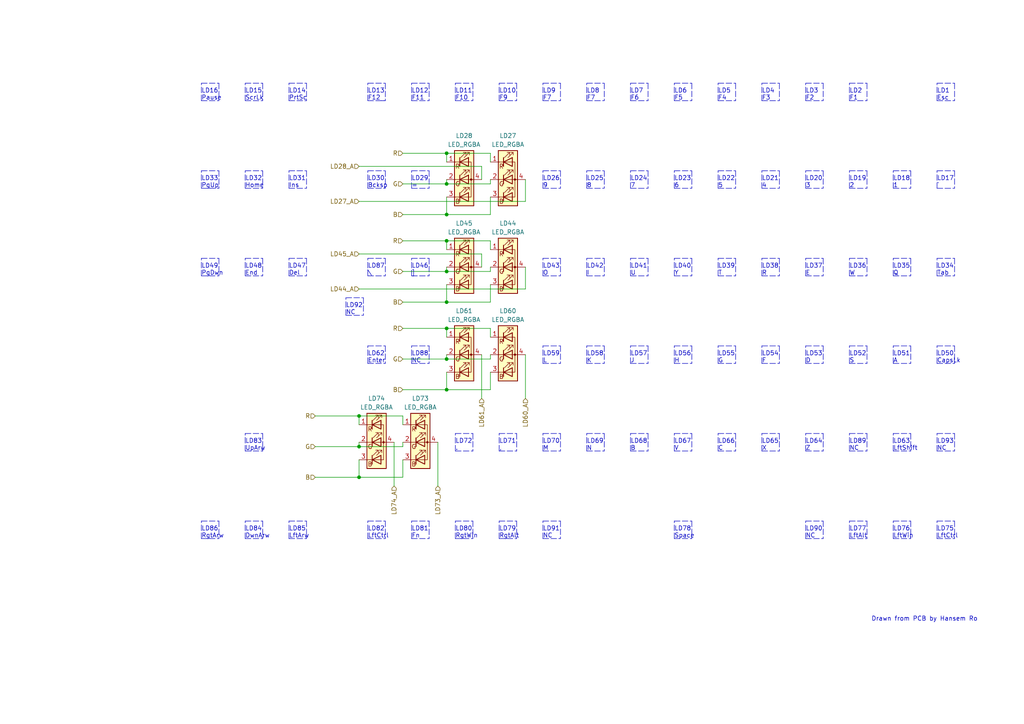
<source format=kicad_sch>
(kicad_sch (version 20211123) (generator eeschema)
  (paper "A4")
  (lib_symbols
    (symbol "Device:LED_RGBA" (pin_names (offset 0) hide)
      (property "Reference" "D" (at 0 9.398 0))
      (property "Value" "LED_RGBA" (at 0 -8.89 0))
      (symbol "LED_RGBA_0_0"
        (text "B" (at -1.905 -6.35 0) (effects (font (size 1.27 1.27))))
        (text "G" (at -1.905 -1.27 0) (effects (font (size 1.27 1.27))))
        (text "R" (at -1.905 3.81 0) (effects (font (size 1.27 1.27))))
      )
      (symbol "LED_RGBA_0_1"
        (polyline (pts (xy -1.27 -5.08) (xy -2.54 -5.08)))
        (polyline (pts (xy -1.27 -5.08) (xy 1.27 -5.08)))
        (polyline (pts (xy -1.27 -3.81) (xy -1.27 -6.35)) (stroke (width 0.254)))
        (polyline (pts (xy -1.27 0) (xy -2.54 0)))
        (polyline (pts (xy -1.27 1.27) (xy -1.27 -1.27)) (stroke (width 0.254)))
        (polyline (pts (xy -1.27 5.08) (xy -2.54 5.08)))
        (polyline (pts (xy -1.27 5.08) (xy 1.27 5.08)))
        (polyline (pts (xy -1.27 6.35) (xy -1.27 3.81)) (stroke (width 0.254)))
        (polyline (pts (xy 1.27 0) (xy -1.27 0)))
        (polyline (pts (xy 1.27 0) (xy 2.54 0)))
        (polyline (pts (xy -1.27 1.27) (xy -1.27 -1.27) (xy -1.27 -1.27)))
        (polyline (pts (xy -1.27 6.35) (xy -1.27 3.81) (xy -1.27 3.81)))
        (polyline (pts (xy 1.27 -5.08) (xy 2.032 -5.08) (xy 2.032 5.08) (xy 1.27 5.08)))
        (polyline (pts (xy 1.27 -3.81) (xy 1.27 -6.35) (xy -1.27 -5.08) (xy 1.27 -3.81)) (stroke (width 0.254)))
        (polyline (pts (xy 1.27 1.27) (xy 1.27 -1.27) (xy -1.27 0) (xy 1.27 1.27)) (stroke (width 0.254)))
        (polyline (pts (xy 1.27 6.35) (xy 1.27 3.81) (xy -1.27 5.08) (xy 1.27 6.35)) (stroke (width 0.254)))
        (polyline (pts (xy -1.016 -3.81) (xy 0.508 -2.286) (xy -0.254 -2.286) (xy 0.508 -2.286) (xy 0.508 -3.048)))
        (polyline (pts (xy -1.016 1.27) (xy 0.508 2.794) (xy -0.254 2.794) (xy 0.508 2.794) (xy 0.508 2.032)))
        (polyline (pts (xy -1.016 6.35) (xy 0.508 7.874) (xy -0.254 7.874) (xy 0.508 7.874) (xy 0.508 7.112)))
        (polyline (pts (xy 0 -3.81) (xy 1.524 -2.286) (xy 0.762 -2.286) (xy 1.524 -2.286) (xy 1.524 -3.048)))
        (polyline (pts (xy 0 1.27) (xy 1.524 2.794) (xy 0.762 2.794) (xy 1.524 2.794) (xy 1.524 2.032)))
        (polyline (pts (xy 0 6.35) (xy 1.524 7.874) (xy 0.762 7.874) (xy 1.524 7.874) (xy 1.524 7.112)))
        (rectangle (start 1.27 -1.27) (end 1.27 1.27))
        (rectangle (start 1.27 1.27) (end 1.27 1.27))
        (rectangle (start 1.27 3.81) (end 1.27 6.35))
        (rectangle (start 1.27 6.35) (end 1.27 6.35))
        (circle (center 2.032 0) (radius 0.254) (fill (type outline)))
        (rectangle (start 2.794 8.382) (end -2.794 -7.62) (stroke (width 0.254)) (fill (type background)))
      )
      (symbol "LED_RGBA_1_1"
        (pin passive line (at -5.08 5.08 0) (length 2.54) (name "RK") (number "1"))
        (pin passive line (at -5.08 0 0) (length 2.54) (name "GK") (number "2"))
        (pin passive line (at -5.08 -5.08 0) (length 2.54) (name "BK") (number "3"))
        (pin passive line (at 5.08 0 180) (length 2.54) (name "A") (number "4"))
      )
    )
  )
  (junction (at 129.54 53.34))
  (junction (at 129.54 69.85))
  (junction (at 129.54 44.45))
  (junction (at 129.54 95.25))
  (junction (at 129.54 62.23))
  (junction (at 129.54 104.14))
  (junction (at 104.14 120.65))
  (junction (at 104.14 129.54))
  (junction (at 104.14 138.43))
  (junction (at 129.54 113.03))
  (junction (at 129.54 87.63))
  (junction (at 129.54 78.74))
  (polyline (pts (xy 170.18 130.81) (xy 170.18 125.73)))
  (polyline (pts (xy 213.36 125.73) (xy 213.36 130.81)))
  (polyline (pts (xy 162.56 49.53) (xy 162.56 54.61)))
  (polyline (pts (xy 208.28 80.01) (xy 208.28 74.93)))
  (polyline (pts (xy 132.08 156.21) (xy 137.16 156.21)))
  (polyline (pts (xy 226.06 125.73) (xy 226.06 130.81)))
  (wire (pts (xy 104.14 48.26) (xy 139.7 48.26)))
  (polyline (pts (xy 259.08 130.81) (xy 259.08 125.73)))
  (polyline (pts (xy 71.12 49.53) (xy 76.2 49.53)))
  (polyline (pts (xy 264.16 100.33) (xy 264.16 105.41)))
  (polyline (pts (xy 246.38 156.21) (xy 246.38 151.13)))
  (polyline (pts (xy 182.88 49.53) (xy 187.96 49.53)))
  (polyline (pts (xy 246.38 151.13) (xy 251.46 151.13)))
  (polyline (pts (xy 83.82 29.21) (xy 88.9 29.21)))
  (polyline (pts (xy 238.76 49.53) (xy 238.76 54.61)))
  (polyline (pts (xy 106.68 49.53) (xy 111.76 49.53)))
  (polyline (pts (xy 271.78 74.93) (xy 276.86 74.93)))
  (polyline (pts (xy 111.76 74.93) (xy 111.76 80.01)))
  (polyline (pts (xy 195.58 151.13) (xy 200.66 151.13)))
  (polyline (pts (xy 259.08 156.21) (xy 259.08 151.13)))
  (wire (pts (xy 116.84 44.45) (xy 129.54 44.45)))
  (polyline (pts (xy 271.78 130.81) (xy 276.86 130.81)))
  (polyline (pts (xy 246.38 54.61) (xy 246.38 49.53)))
  (polyline (pts (xy 233.68 130.81) (xy 233.68 125.73)))
  (polyline (pts (xy 71.12 125.73) (xy 76.2 125.73)))
  (polyline (pts (xy 157.48 151.13) (xy 162.56 151.13)))
  (polyline (pts (xy 259.08 105.41) (xy 259.08 100.33)))
  (polyline (pts (xy 276.86 49.53) (xy 276.86 54.61)))
  (polyline (pts (xy 119.38 54.61) (xy 119.38 49.53)))
  (polyline (pts (xy 63.5 151.13) (xy 63.5 156.21)))
  (wire (pts (xy 142.24 46.99) (xy 142.24 44.45)))
  (polyline (pts (xy 208.28 49.53) (xy 213.36 49.53)))
  (polyline (pts (xy 187.96 74.93) (xy 187.96 80.01)))
  (wire (pts (xy 129.54 95.25) (xy 129.54 97.79)))
  (wire (pts (xy 116.84 62.23) (xy 129.54 62.23)))
  (polyline (pts (xy 187.96 100.33) (xy 187.96 105.41)))
  (polyline (pts (xy 195.58 125.73) (xy 200.66 125.73)))
  (polyline (pts (xy 58.42 156.21) (xy 58.42 151.13)))
  (polyline (pts (xy 182.88 130.81) (xy 187.96 130.81)))
  (polyline (pts (xy 100.33 91.44) (xy 100.33 86.36)))
  (polyline (pts (xy 170.18 80.01) (xy 170.18 74.93)))
  (polyline (pts (xy 58.42 74.93) (xy 63.5 74.93)))
  (wire (pts (xy 116.84 129.54) (xy 116.84 128.27)))
  (polyline (pts (xy 251.46 74.93) (xy 251.46 80.01)))
  (polyline (pts (xy 220.98 49.53) (xy 226.06 49.53)))
  (polyline (pts (xy 100.33 91.44) (xy 105.41 91.44)))
  (polyline (pts (xy 157.48 29.21) (xy 157.48 24.13)))
  (polyline (pts (xy 251.46 151.13) (xy 251.46 156.21)))
  (wire (pts (xy 129.54 69.85) (xy 129.54 72.39)))
  (polyline (pts (xy 71.12 54.61) (xy 71.12 49.53)))
  (polyline (pts (xy 220.98 80.01) (xy 226.06 80.01)))
  (polyline (pts (xy 58.42 54.61) (xy 58.42 49.53)))
  (polyline (pts (xy 271.78 100.33) (xy 276.86 100.33)))
  (polyline (pts (xy 182.88 54.61) (xy 182.88 49.53)))
  (polyline (pts (xy 182.88 74.93) (xy 187.96 74.93)))
  (wire (pts (xy 116.84 78.74) (xy 129.54 78.74)))
  (wire (pts (xy 129.54 78.74) (xy 142.24 78.74)))
  (polyline (pts (xy 233.68 125.73) (xy 238.76 125.73)))
  (polyline (pts (xy 83.82 151.13) (xy 88.9 151.13)))
  (polyline (pts (xy 76.2 74.93) (xy 76.2 80.01)))
  (wire (pts (xy 142.24 97.79) (xy 142.24 95.25)))
  (polyline (pts (xy 119.38 105.41) (xy 119.38 100.33)))
  (polyline (pts (xy 233.68 105.41) (xy 238.76 105.41)))
  (wire (pts (xy 104.14 83.82) (xy 152.4 83.82)))
  (polyline (pts (xy 246.38 130.81) (xy 246.38 125.73)))
  (polyline (pts (xy 246.38 29.21) (xy 246.38 24.13)))
  (polyline (pts (xy 238.76 125.73) (xy 238.76 130.81)))
  (polyline (pts (xy 119.38 156.21) (xy 119.38 151.13)))
  (polyline (pts (xy 83.82 29.21) (xy 83.82 24.13)))
  (wire (pts (xy 91.44 129.54) (xy 104.14 129.54)))
  (polyline (pts (xy 182.88 80.01) (xy 187.96 80.01)))
  (polyline (pts (xy 106.68 105.41) (xy 106.68 100.33)))
  (polyline (pts (xy 271.78 24.13) (xy 276.86 24.13)))
  (polyline (pts (xy 195.58 74.93) (xy 200.66 74.93)))
  (polyline (pts (xy 106.68 24.13) (xy 111.76 24.13)))
  (polyline (pts (xy 195.58 54.61) (xy 195.58 49.53)))
  (polyline (pts (xy 259.08 100.33) (xy 264.16 100.33)))
  (polyline (pts (xy 175.26 100.33) (xy 175.26 105.41)))
  (wire (pts (xy 152.4 102.87) (xy 152.4 115.57)))
  (polyline (pts (xy 208.28 24.13) (xy 213.36 24.13)))
  (polyline (pts (xy 259.08 80.01) (xy 264.16 80.01)))
  (polyline (pts (xy 71.12 24.13) (xy 76.2 24.13)))
  (polyline (pts (xy 220.98 105.41) (xy 220.98 100.33)))
  (polyline (pts (xy 213.36 49.53) (xy 213.36 54.61)))
  (polyline (pts (xy 76.2 49.53) (xy 76.2 54.61)))
  (polyline (pts (xy 106.68 100.33) (xy 111.76 100.33)))
  (polyline (pts (xy 182.88 105.41) (xy 187.96 105.41)))
  (polyline (pts (xy 157.48 74.93) (xy 162.56 74.93)))
  (polyline (pts (xy 144.78 130.81) (xy 149.86 130.81)))
  (polyline (pts (xy 157.48 130.81) (xy 162.56 130.81)))
  (polyline (pts (xy 71.12 74.93) (xy 76.2 74.93)))
  (polyline (pts (xy 132.08 156.21) (xy 132.08 151.13)))
  (polyline (pts (xy 182.88 54.61) (xy 187.96 54.61)))
  (polyline (pts (xy 187.96 125.73) (xy 187.96 130.81)))
  (polyline (pts (xy 144.78 156.21) (xy 149.86 156.21)))
  (polyline (pts (xy 157.48 156.21) (xy 162.56 156.21)))
  (polyline (pts (xy 170.18 29.21) (xy 175.26 29.21)))
  (wire (pts (xy 142.24 53.34) (xy 142.24 52.07)))
  (polyline (pts (xy 157.48 156.21) (xy 157.48 151.13)))
  (polyline (pts (xy 208.28 130.81) (xy 213.36 130.81)))
  (polyline (pts (xy 58.42 80.01) (xy 58.42 74.93)))
  (wire (pts (xy 129.54 102.87) (xy 129.54 104.14)))
  (polyline (pts (xy 259.08 49.53) (xy 264.16 49.53)))
  (polyline (pts (xy 119.38 29.21) (xy 119.38 24.13)))
  (wire (pts (xy 129.54 44.45) (xy 129.54 46.99)))
  (polyline (pts (xy 100.33 86.36) (xy 105.41 86.36)))
  (polyline (pts (xy 83.82 156.21) (xy 83.82 151.13)))
  (polyline (pts (xy 157.48 49.53) (xy 162.56 49.53)))
  (polyline (pts (xy 213.36 100.33) (xy 213.36 105.41)))
  (wire (pts (xy 129.54 62.23) (xy 142.24 62.23)))
  (polyline (pts (xy 259.08 80.01) (xy 259.08 74.93)))
  (wire (pts (xy 142.24 87.63) (xy 142.24 82.55)))
  (polyline (pts (xy 170.18 49.53) (xy 175.26 49.53)))
  (wire (pts (xy 139.7 52.07) (xy 139.7 48.26)))
  (polyline (pts (xy 208.28 54.61) (xy 208.28 49.53)))
  (polyline (pts (xy 106.68 156.21) (xy 111.76 156.21)))
  (wire (pts (xy 116.84 69.85) (xy 129.54 69.85)))
  (polyline (pts (xy 162.56 74.93) (xy 162.56 80.01)))
  (polyline (pts (xy 170.18 54.61) (xy 175.26 54.61)))
  (wire (pts (xy 152.4 77.47) (xy 152.4 83.82)))
  (polyline (pts (xy 111.76 24.13) (xy 111.76 29.21)))
  (polyline (pts (xy 200.66 49.53) (xy 200.66 54.61)))
  (polyline (pts (xy 76.2 24.13) (xy 76.2 29.21)))
  (polyline (pts (xy 111.76 29.21) (xy 110.49 29.21)))
  (polyline (pts (xy 71.12 54.61) (xy 76.2 54.61)))
  (polyline (pts (xy 246.38 100.33) (xy 251.46 100.33)))
  (wire (pts (xy 104.14 120.65) (xy 104.14 123.19)))
  (polyline (pts (xy 119.38 151.13) (xy 124.46 151.13)))
  (polyline (pts (xy 246.38 80.01) (xy 251.46 80.01)))
  (polyline (pts (xy 111.76 100.33) (xy 111.76 105.41)))
  (polyline (pts (xy 124.46 49.53) (xy 124.46 54.61)))
  (polyline (pts (xy 88.9 74.93) (xy 88.9 80.01)))
  (wire (pts (xy 116.84 138.43) (xy 116.84 133.35)))
  (polyline (pts (xy 276.86 74.93) (xy 276.86 80.01)))
  (polyline (pts (xy 195.58 105.41) (xy 200.66 105.41)))
  (wire (pts (xy 129.54 52.07) (xy 129.54 53.34)))
  (polyline (pts (xy 220.98 80.01) (xy 220.98 74.93)))
  (polyline (pts (xy 157.48 105.41) (xy 162.56 105.41)))
  (polyline (pts (xy 105.41 86.36) (xy 105.41 91.44)))
  (polyline (pts (xy 111.76 151.13) (xy 111.76 156.21)))
  (polyline (pts (xy 220.98 29.21) (xy 220.98 24.13)))
  (polyline (pts (xy 220.98 24.13) (xy 226.06 24.13)))
  (polyline (pts (xy 162.56 100.33) (xy 162.56 105.41)))
  (wire (pts (xy 129.54 107.95) (xy 129.54 113.03)))
  (polyline (pts (xy 276.86 100.33) (xy 276.86 105.41)))
  (polyline (pts (xy 271.78 29.21) (xy 276.86 29.21)))
  (polyline (pts (xy 271.78 54.61) (xy 271.78 49.53)))
  (polyline (pts (xy 175.26 74.93) (xy 175.26 80.01)))
  (polyline (pts (xy 233.68 105.41) (xy 233.68 100.33)))
  (polyline (pts (xy 106.68 151.13) (xy 111.76 151.13)))
  (polyline (pts (xy 106.68 29.21) (xy 111.76 29.21)))
  (polyline (pts (xy 246.38 80.01) (xy 246.38 74.93)))
  (polyline (pts (xy 271.78 156.21) (xy 271.78 151.13)))
  (polyline (pts (xy 119.38 49.53) (xy 124.46 49.53)))
  (polyline (pts (xy 195.58 54.61) (xy 200.66 54.61)))
  (wire (pts (xy 116.84 113.03) (xy 129.54 113.03)))
  (polyline (pts (xy 259.08 74.93) (xy 264.16 74.93)))
  (polyline (pts (xy 200.66 74.93) (xy 200.66 80.01)))
  (polyline (pts (xy 76.2 151.13) (xy 76.2 156.21)))
  (polyline (pts (xy 149.86 24.13) (xy 149.86 29.21)))
  (polyline (pts (xy 58.42 24.13) (xy 63.5 24.13)))
  (polyline (pts (xy 271.78 80.01) (xy 276.86 80.01)))
  (polyline (pts (xy 276.86 125.73) (xy 276.86 130.81)))
  (polyline (pts (xy 58.42 29.21) (xy 58.42 24.13)))
  (polyline (pts (xy 83.82 156.21) (xy 88.9 156.21)))
  (polyline (pts (xy 132.08 24.13) (xy 137.16 24.13)))
  (polyline (pts (xy 170.18 54.61) (xy 170.18 49.53)))
  (polyline (pts (xy 182.88 125.73) (xy 187.96 125.73)))
  (wire (pts (xy 129.54 69.85) (xy 142.24 69.85)))
  (polyline (pts (xy 259.08 151.13) (xy 264.16 151.13)))
  (polyline (pts (xy 233.68 151.13) (xy 238.76 151.13)))
  (polyline (pts (xy 233.68 29.21) (xy 233.68 24.13)))
  (wire (pts (xy 116.84 123.19) (xy 116.84 120.65)))
  (polyline (pts (xy 157.48 125.73) (xy 162.56 125.73)))
  (polyline (pts (xy 264.16 74.93) (xy 264.16 80.01)))
  (wire (pts (xy 104.14 128.27) (xy 104.14 129.54)))
  (polyline (pts (xy 83.82 80.01) (xy 88.9 80.01)))
  (polyline (pts (xy 195.58 130.81) (xy 200.66 130.81)))
  (wire (pts (xy 129.54 77.47) (xy 129.54 78.74)))
  (polyline (pts (xy 264.16 49.53) (xy 264.16 54.61)))
  (polyline (pts (xy 233.68 156.21) (xy 233.68 151.13)))
  (wire (pts (xy 91.44 120.65) (xy 104.14 120.65)))
  (polyline (pts (xy 259.08 54.61) (xy 259.08 49.53)))
  (polyline (pts (xy 208.28 74.93) (xy 213.36 74.93)))
  (polyline (pts (xy 71.12 29.21) (xy 76.2 29.21)))
  (polyline (pts (xy 132.08 130.81) (xy 132.08 125.73)))
  (wire (pts (xy 129.54 44.45) (xy 142.24 44.45)))
  (polyline (pts (xy 137.16 24.13) (xy 137.16 29.21)))
  (polyline (pts (xy 259.08 105.41) (xy 264.16 105.41)))
  (polyline (pts (xy 208.28 105.41) (xy 213.36 105.41)))
  (polyline (pts (xy 170.18 100.33) (xy 175.26 100.33)))
  (wire (pts (xy 142.24 62.23) (xy 142.24 57.15)))
  (wire (pts (xy 91.44 138.43) (xy 104.14 138.43)))
  (polyline (pts (xy 233.68 156.21) (xy 238.76 156.21)))
  (polyline (pts (xy 157.48 105.41) (xy 157.48 100.33)))
  (polyline (pts (xy 106.68 29.21) (xy 106.68 24.13)))
  (polyline (pts (xy 149.86 125.73) (xy 149.86 130.81)))
  (polyline (pts (xy 271.78 151.13) (xy 276.86 151.13)))
  (polyline (pts (xy 208.28 29.21) (xy 208.28 24.13)))
  (polyline (pts (xy 119.38 105.41) (xy 124.46 105.41)))
  (polyline (pts (xy 106.68 54.61) (xy 111.76 54.61)))
  (polyline (pts (xy 71.12 156.21) (xy 76.2 156.21)))
  (polyline (pts (xy 195.58 49.53) (xy 200.66 49.53)))
  (polyline (pts (xy 208.28 125.73) (xy 213.36 125.73)))
  (polyline (pts (xy 251.46 49.53) (xy 251.46 54.61)))
  (polyline (pts (xy 182.88 130.81) (xy 182.88 125.73)))
  (wire (pts (xy 139.7 77.47) (xy 139.7 73.66)))
  (polyline (pts (xy 226.06 74.93) (xy 226.06 80.01)))
  (polyline (pts (xy 271.78 29.21) (xy 271.78 24.13)))
  (polyline (pts (xy 58.42 49.53) (xy 63.5 49.53)))
  (polyline (pts (xy 208.28 80.01) (xy 213.36 80.01)))
  (polyline (pts (xy 246.38 29.21) (xy 251.46 29.21)))
  (polyline (pts (xy 238.76 151.13) (xy 238.76 156.21)))
  (polyline (pts (xy 264.16 151.13) (xy 264.16 156.21)))
  (polyline (pts (xy 264.16 125.73) (xy 264.16 130.81)))
  (polyline (pts (xy 157.48 80.01) (xy 157.48 74.93)))
  (polyline (pts (xy 157.48 54.61) (xy 162.56 54.61)))
  (wire (pts (xy 129.54 113.03) (xy 142.24 113.03)))
  (wire (pts (xy 116.84 104.14) (xy 129.54 104.14)))
  (polyline (pts (xy 71.12 80.01) (xy 71.12 74.93)))
  (polyline (pts (xy 132.08 130.81) (xy 137.16 130.81)))
  (polyline (pts (xy 195.58 105.41) (xy 195.58 100.33)))
  (polyline (pts (xy 233.68 49.53) (xy 238.76 49.53)))
  (polyline (pts (xy 106.68 156.21) (xy 106.68 151.13)))
  (polyline (pts (xy 195.58 24.13) (xy 200.66 24.13)))
  (polyline (pts (xy 271.78 105.41) (xy 271.78 100.33)))
  (polyline (pts (xy 220.98 74.93) (xy 226.06 74.93)))
  (polyline (pts (xy 226.06 100.33) (xy 226.06 105.41)))
  (polyline (pts (xy 233.68 100.33) (xy 238.76 100.33)))
  (polyline (pts (xy 157.48 29.21) (xy 162.56 29.21)))
  (polyline (pts (xy 233.68 29.21) (xy 238.76 29.21)))
  (polyline (pts (xy 238.76 100.33) (xy 238.76 105.41)))
  (polyline (pts (xy 106.68 74.93) (xy 111.76 74.93)))
  (polyline (pts (xy 71.12 151.13) (xy 76.2 151.13)))
  (polyline (pts (xy 220.98 54.61) (xy 226.06 54.61)))
  (wire (pts (xy 129.54 82.55) (xy 129.54 87.63)))
  (polyline (pts (xy 144.78 24.13) (xy 149.86 24.13)))
  (polyline (pts (xy 271.78 54.61) (xy 276.86 54.61)))
  (polyline (pts (xy 226.06 49.53) (xy 226.06 54.61)))
  (polyline (pts (xy 195.58 80.01) (xy 200.66 80.01)))
  (wire (pts (xy 152.4 52.07) (xy 152.4 58.42)))
  (polyline (pts (xy 182.88 29.21) (xy 187.96 29.21)))
  (polyline (pts (xy 106.68 80.01) (xy 106.68 74.93)))
  (polyline (pts (xy 58.42 151.13) (xy 63.5 151.13)))
  (polyline (pts (xy 226.06 24.13) (xy 226.06 29.21)))
  (polyline (pts (xy 200.66 24.13) (xy 200.66 29.21)))
  (polyline (pts (xy 220.98 54.61) (xy 220.98 49.53)))
  (polyline (pts (xy 208.28 100.33) (xy 213.36 100.33)))
  (polyline (pts (xy 195.58 80.01) (xy 195.58 74.93)))
  (polyline (pts (xy 246.38 49.53) (xy 251.46 49.53)))
  (polyline (pts (xy 170.18 29.21) (xy 170.18 24.13)))
  (polyline (pts (xy 71.12 29.21) (xy 71.12 24.13)))
  (polyline (pts (xy 200.66 125.73) (xy 200.66 130.81)))
  (polyline (pts (xy 182.88 100.33) (xy 187.96 100.33)))
  (polyline (pts (xy 124.46 24.13) (xy 124.46 29.21)))
  (wire (pts (xy 127 128.27) (xy 127 140.97)))
  (polyline (pts (xy 182.88 105.41) (xy 182.88 100.33)))
  (polyline (pts (xy 182.88 80.01) (xy 182.88 74.93)))
  (polyline (pts (xy 119.38 24.13) (xy 124.46 24.13)))
  (polyline (pts (xy 162.56 24.13) (xy 162.56 29.21)))
  (polyline (pts (xy 251.46 125.73) (xy 251.46 130.81)))
  (polyline (pts (xy 157.48 130.81) (xy 157.48 125.73)))
  (polyline (pts (xy 88.9 24.13) (xy 88.9 29.21)))
  (polyline (pts (xy 271.78 156.21) (xy 276.86 156.21)))
  (polyline (pts (xy 63.5 74.93) (xy 63.5 80.01)))
  (polyline (pts (xy 246.38 24.13) (xy 251.46 24.13)))
  (polyline (pts (xy 76.2 125.73) (xy 76.2 130.81)))
  (polyline (pts (xy 251.46 24.13) (xy 251.46 29.21)))
  (polyline (pts (xy 144.78 125.73) (xy 149.86 125.73)))
  (polyline (pts (xy 124.46 74.93) (xy 124.46 80.01)))
  (polyline (pts (xy 132.08 29.21) (xy 137.16 29.21)))
  (polyline (pts (xy 119.38 100.33) (xy 124.46 100.33)))
  (polyline (pts (xy 170.18 105.41) (xy 175.26 105.41)))
  (polyline (pts (xy 83.82 74.93) (xy 88.9 74.93)))
  (polyline (pts (xy 157.48 54.61) (xy 157.48 49.53)))
  (polyline (pts (xy 233.68 54.61) (xy 238.76 54.61)))
  (polyline (pts (xy 144.78 156.21) (xy 144.78 151.13)))
  (polyline (pts (xy 238.76 24.13) (xy 238.76 29.21)))
  (polyline (pts (xy 162.56 151.13) (xy 162.56 156.21)))
  (wire (pts (xy 129.54 57.15) (xy 129.54 62.23)))
  (polyline (pts (xy 259.08 125.73) (xy 264.16 125.73)))
  (polyline (pts (xy 83.82 49.53) (xy 88.9 49.53)))
  (polyline (pts (xy 182.88 24.13) (xy 187.96 24.13)))
  (polyline (pts (xy 220.98 29.21) (xy 226.06 29.21)))
  (polyline (pts (xy 119.38 54.61) (xy 124.46 54.61)))
  (polyline (pts (xy 271.78 125.73) (xy 276.86 125.73)))
  (polyline (pts (xy 119.38 29.21) (xy 124.46 29.21)))
  (polyline (pts (xy 208.28 130.81) (xy 208.28 125.73)))
  (polyline (pts (xy 162.56 125.73) (xy 162.56 130.81)))
  (polyline (pts (xy 233.68 80.01) (xy 233.68 74.93)))
  (polyline (pts (xy 233.68 80.01) (xy 238.76 80.01)))
  (polyline (pts (xy 246.38 105.41) (xy 251.46 105.41)))
  (polyline (pts (xy 276.86 24.13) (xy 276.86 29.21)))
  (polyline (pts (xy 119.38 74.93) (xy 124.46 74.93)))
  (polyline (pts (xy 233.68 24.13) (xy 238.76 24.13)))
  (polyline (pts (xy 71.12 130.81) (xy 76.2 130.81)))
  (polyline (pts (xy 83.82 54.61) (xy 88.9 54.61)))
  (polyline (pts (xy 175.26 24.13) (xy 175.26 29.21)))
  (polyline (pts (xy 88.9 151.13) (xy 88.9 156.21)))
  (polyline (pts (xy 182.88 29.21) (xy 182.88 24.13)))
  (polyline (pts (xy 246.38 156.21) (xy 251.46 156.21)))
  (polyline (pts (xy 58.42 29.21) (xy 63.5 29.21)))
  (polyline (pts (xy 200.66 151.13) (xy 200.66 156.21)))
  (polyline (pts (xy 83.82 54.61) (xy 83.82 49.53)))
  (polyline (pts (xy 200.66 100.33) (xy 200.66 105.41)))
  (wire (pts (xy 104.14 58.42) (xy 152.4 58.42)))
  (polyline (pts (xy 271.78 49.53) (xy 276.86 49.53)))
  (polyline (pts (xy 246.38 74.93) (xy 251.46 74.93)))
  (polyline (pts (xy 233.68 54.61) (xy 233.68 49.53)))
  (polyline (pts (xy 144.78 29.21) (xy 144.78 24.13)))
  (polyline (pts (xy 246.38 125.73) (xy 251.46 125.73)))
  (wire (pts (xy 129.54 104.14) (xy 142.24 104.14)))
  (polyline (pts (xy 271.78 80.01) (xy 271.78 74.93)))
  (polyline (pts (xy 259.08 156.21) (xy 264.16 156.21)))
  (polyline (pts (xy 63.5 24.13) (xy 63.5 29.21)))
  (wire (pts (xy 116.84 87.63) (xy 129.54 87.63)))
  (polyline (pts (xy 220.98 130.81) (xy 226.06 130.81)))
  (polyline (pts (xy 170.18 130.81) (xy 175.26 130.81)))
  (wire (pts (xy 104.14 120.65) (xy 116.84 120.65)))
  (polyline (pts (xy 251.46 100.33) (xy 251.46 105.41)))
  (polyline (pts (xy 271.78 130.81) (xy 271.78 125.73)))
  (polyline (pts (xy 88.9 49.53) (xy 88.9 54.61)))
  (polyline (pts (xy 195.58 29.21) (xy 200.66 29.21)))
  (polyline (pts (xy 220.98 100.33) (xy 226.06 100.33)))
  (polyline (pts (xy 119.38 80.01) (xy 119.38 74.93)))
  (polyline (pts (xy 170.18 80.01) (xy 175.26 80.01)))
  (polyline (pts (xy 58.42 54.61) (xy 63.5 54.61)))
  (polyline (pts (xy 119.38 80.01) (xy 124.46 80.01)))
  (polyline (pts (xy 246.38 105.41) (xy 246.38 100.33)))
  (polyline (pts (xy 175.26 125.73) (xy 175.26 130.81)))
  (polyline (pts (xy 132.08 125.73) (xy 137.16 125.73)))
  (polyline (pts (xy 187.96 49.53) (xy 187.96 54.61)))
  (polyline (pts (xy 137.16 151.13) (xy 137.16 156.21)))
  (polyline (pts (xy 238.76 74.93) (xy 238.76 80.01)))
  (wire (pts (xy 142.24 78.74) (xy 142.24 77.47)))
  (polyline (pts (xy 106.68 54.61) (xy 106.68 49.53)))
  (polyline (pts (xy 170.18 105.41) (xy 170.18 100.33)))
  (polyline (pts (xy 208.28 105.41) (xy 208.28 100.33)))
  (polyline (pts (xy 124.46 100.33) (xy 124.46 105.41)))
  (polyline (pts (xy 208.28 54.61) (xy 213.36 54.61)))
  (polyline (pts (xy 132.08 29.21) (xy 132.08 24.13)))
  (wire (pts (xy 104.14 73.66) (xy 139.7 73.66)))
  (polyline (pts (xy 157.48 100.33) (xy 162.56 100.33)))
  (wire (pts (xy 142.24 104.14) (xy 142.24 102.87)))
  (polyline (pts (xy 71.12 80.01) (xy 76.2 80.01)))
  (wire (pts (xy 139.7 102.87) (xy 139.7 115.57)))
  (polyline (pts (xy 170.18 125.73) (xy 175.26 125.73)))
  (polyline (pts (xy 157.48 80.01) (xy 162.56 80.01)))
  (wire (pts (xy 104.14 138.43) (xy 116.84 138.43)))
  (polyline (pts (xy 246.38 130.81) (xy 251.46 130.81)))
  (polyline (pts (xy 71.12 130.81) (xy 71.12 125.73)))
  (polyline (pts (xy 195.58 156.21) (xy 195.58 151.13)))
  (polyline (pts (xy 149.86 151.13) (xy 149.86 156.21)))
  (polyline (pts (xy 157.48 24.13) (xy 162.56 24.13)))
  (polyline (pts (xy 276.86 151.13) (xy 276.86 156.21)))
  (polyline (pts (xy 170.18 74.93) (xy 175.26 74.93)))
  (polyline (pts (xy 63.5 49.53) (xy 63.5 54.61)))
  (polyline (pts (xy 208.28 29.21) (xy 213.36 29.21)))
  (polyline (pts (xy 195.58 100.33) (xy 200.66 100.33)))
  (polyline (pts (xy 213.36 74.93) (xy 213.36 80.01)))
  (wire (pts (xy 116.84 53.34) (xy 129.54 53.34)))
  (polyline (pts (xy 144.78 151.13) (xy 149.86 151.13)))
  (wire (pts (xy 142.24 113.03) (xy 142.24 107.95)))
  (polyline (pts (xy 106.68 105.41) (xy 111.76 105.41)))
  (polyline (pts (xy 144.78 29.21) (xy 149.86 29.21)))
  (polyline (pts (xy 271.78 105.41) (xy 276.86 105.41)))
  (polyline (pts (xy 246.38 54.61) (xy 251.46 54.61)))
  (wire (pts (xy 104.14 133.35) (xy 104.14 138.43)))
  (polyline (pts (xy 119.38 156.21) (xy 124.46 156.21)))
  (polyline (pts (xy 170.18 24.13) (xy 175.26 24.13)))
  (polyline (pts (xy 233.68 130.81) (xy 238.76 130.81)))
  (polyline (pts (xy 259.08 54.61) (xy 264.16 54.61)))
  (polyline (pts (xy 213.36 24.13) (xy 213.36 29.21)))
  (polyline (pts (xy 259.08 130.81) (xy 264.16 130.81)))
  (polyline (pts (xy 195.58 156.21) (xy 200.66 156.21)))
  (polyline (pts (xy 132.08 151.13) (xy 137.16 151.13)))
  (polyline (pts (xy 195.58 29.21) (xy 195.58 24.13)))
  (polyline (pts (xy 144.78 130.81) (xy 144.78 125.73)))
  (polyline (pts (xy 83.82 80.01) (xy 83.82 74.93)))
  (polyline (pts (xy 220.98 105.41) (xy 226.06 105.41)))
  (wire (pts (xy 129.54 95.25) (xy 142.24 95.25)))
  (wire (pts (xy 142.24 72.39) (xy 142.24 69.85)))
  (polyline (pts (xy 137.16 125.73) (xy 137.16 130.81)))
  (wire (pts (xy 129.54 53.34) (xy 142.24 53.34)))
  (wire (pts (xy 114.3 128.27) (xy 114.3 140.97)))
  (polyline (pts (xy 220.98 125.73) (xy 226.06 125.73)))
  (polyline (pts (xy 71.12 156.21) (xy 71.12 151.13)))
  (polyline (pts (xy 58.42 156.21) (xy 63.5 156.21)))
  (polyline (pts (xy 124.46 151.13) (xy 124.46 156.21)))
  (polyline (pts (xy 220.98 130.81) (xy 220.98 125.73)))
  (polyline (pts (xy 187.96 24.13) (xy 187.96 29.21)))
  (polyline (pts (xy 175.26 49.53) (xy 175.26 54.61)))
  (polyline (pts (xy 111.76 49.53) (xy 111.76 54.61)))
  (wire (pts (xy 104.14 129.54) (xy 116.84 129.54)))
  (polyline (pts (xy 233.68 74.93) (xy 238.76 74.93)))
  (polyline (pts (xy 58.42 80.01) (xy 63.5 80.01)))
  (wire (pts (xy 129.54 87.63) (xy 142.24 87.63)))
  (polyline (pts (xy 195.58 130.81) (xy 195.58 125.73)))
  (polyline (pts (xy 106.68 80.01) (xy 111.76 80.01)))
  (polyline (pts (xy 83.82 24.13) (xy 88.9 24.13)))
  (wire (pts (xy 116.84 95.25) (xy 129.54 95.25)))
  (text "LD82\nLftCtrl" (at 106.68 156.21 0) (effects (font (size 1.27 1.27)) (justify left bottom)))
  (text "LD53\nD" (at 233.68 105.41 0) (effects (font (size 1.27 1.27)) (justify left bottom)))
  (text "LD8\nF7" (at 170.18 29.21 0) (effects (font (size 1.27 1.27)) (justify left bottom)))
  (text "LD47\nDel" (at 83.82 80.01 0) (effects (font (size 1.27 1.27)) (justify left bottom)))
  (text "LD51\nA" (at 259.08 105.41 0) (effects (font (size 1.27 1.27)) (justify left bottom)))
  (text "LD71\n," (at 144.78 130.81 0) (effects (font (size 1.27 1.27)) (justify left bottom)))
  (text "LD66\nC" (at 208.28 130.81 0) (effects (font (size 1.27 1.27)) (justify left bottom)))
  (text "LD3\nF2" (at 233.68 29.21 0) (effects (font (size 1.27 1.27)) (justify left bottom)))
  (text "LD36\nW" (at 246.38 80.01 0) (effects (font (size 1.27 1.27)) (justify left bottom)))
  (text "LD88\nNC" (at 119.38 105.41 0) (effects (font (size 1.27 1.27)) (justify left bottom)))
  (text "LD6\nF5" (at 195.58 29.21 0) (effects (font (size 1.27 1.27)) (justify left bottom)))
  (text "LD81\nFn" (at 119.38 156.21 0) (effects (font (size 1.27 1.27)) (justify left bottom)))
  (text "LD15\nScrLk" (at 71.12 29.21 0) (effects (font (size 1.27 1.27)) (justify left bottom)))
  (text "LD70\nM" (at 157.48 130.81 0) (effects (font (size 1.27 1.27)) (justify left bottom)))
  (text "LD33\nPgUp" (at 58.42 54.61 0) (effects (font (size 1.27 1.27)) (justify left bottom)))
  (text "LD17\n`" (at 271.78 54.61 0) (effects (font (size 1.27 1.27)) (justify left bottom)))
  (text "LD22\n5" (at 208.28 54.61 0) (effects (font (size 1.27 1.27)) (justify left bottom)))
  (text "LD90\nNC" (at 233.68 156.21 0) (effects (font (size 1.27 1.27)) (justify left bottom)))
  (text "LD52\nS" (at 246.38 105.41 0) (effects (font (size 1.27 1.27)) (justify left bottom)))
  (text "LD48\nEnd" (at 71.12 80.01 0) (effects (font (size 1.27 1.27)) (justify left bottom)))
  (text "LD29\n=" (at 119.38 54.61 0) (effects (font (size 1.27 1.27)) (justify left bottom)))
  (text "LD86\nRgtArw" (at 58.42 156.21 0) (effects (font (size 1.27 1.27)) (justify left bottom)))
  (text "LD4\nF3" (at 220.98 29.21 0) (effects (font (size 1.27 1.27)) (justify left bottom)))
  (text "LD21\n4" (at 220.98 54.61 0) (effects (font (size 1.27 1.27)) (justify left bottom)))
  (text "LD62\nEnter" (at 106.68 105.41 0) (effects (font (size 1.27 1.27)) (justify left bottom)))
  (text "LD12\nF11" (at 119.38 29.21 0) (effects (font (size 1.27 1.27)) (justify left bottom)))
  (text "LD50\nCapsLk" (at 271.78 105.41 0) (effects (font (size 1.27 1.27)) (justify left bottom)))
  (text "LD37\nE" (at 233.68 80.01 0) (effects (font (size 1.27 1.27)) (justify left bottom)))
  (text "LD67\nV" (at 195.58 130.81 0) (effects (font (size 1.27 1.27)) (justify left bottom)))
  (text "LD31\nIns" (at 83.82 54.61 0) (effects (font (size 1.27 1.27)) (justify left bottom)))
  (text "LD16\nPause" (at 58.42 29.21 0) (effects (font (size 1.27 1.27)) (justify left bottom)))
  (text "LD39\nT" (at 208.28 80.01 0) (effects (font (size 1.27 1.27)) (justify left bottom)))
  (text "LD56\nH" (at 195.58 105.41 0) (effects (font (size 1.27 1.27)) (justify left bottom)))
  (text "LD20\n3" (at 233.68 54.61 0) (effects (font (size 1.27 1.27)) (justify left bottom)))
  (text "LD40\nY" (at 195.58 80.01 0) (effects (font (size 1.27 1.27)) (justify left bottom)))
  (text "LD38\nR" (at 220.98 80.01 0) (effects (font (size 1.27 1.27)) (justify left bottom)))
  (text "LD14\nPrtSc" (at 83.82 29.21 0) (effects (font (size 1.27 1.27)) (justify left bottom)))
  (text "LD79\nRgtAlt" (at 144.78 156.21 0) (effects (font (size 1.27 1.27)) (justify left bottom)))
  (text "LD1\nEsc" (at 271.78 29.21 0) (effects (font (size 1.27 1.27)) (justify left bottom)))
  (text "LD13\nF12" (at 106.68 29.21 0) (effects (font (size 1.27 1.27)) (justify left bottom)))
  (text "LD19\n2" (at 246.38 54.61 0) (effects (font (size 1.27 1.27)) (justify left bottom)))
  (text "LD32\nHome" (at 71.12 54.61 0) (effects (font (size 1.27 1.27)) (justify left bottom)))
  (text "LD7\nF6" (at 182.88 29.21 0) (effects (font (size 1.27 1.27)) (justify left bottom)))
  (text "LD9\nF7" (at 157.48 29.21 0) (effects (font (size 1.27 1.27)) (justify left bottom)))
  (text "LD87\n\\" (at 106.68 80.01 0) (effects (font (size 1.27 1.27)) (justify left bottom)))
  (text "LD35\nQ" (at 259.08 80.01 0) (effects (font (size 1.27 1.27)) (justify left bottom)))
  (text "LD46\n]" (at 119.38 80.01 0) (effects (font (size 1.27 1.27)) (justify left bottom)))
  (text "LD89\nNC" (at 246.38 130.81 0) (effects (font (size 1.27 1.27)) (justify left bottom)))
  (text "LD77\nLftAlt" (at 246.38 156.21 0) (effects (font (size 1.27 1.27)) (justify left bottom)))
  (text "LD80\nRgtWin" (at 132.08 156.21 0) (effects (font (size 1.27 1.27)) (justify left bottom)))
  (text "LD55\nG" (at 208.28 105.41 0) (effects (font (size 1.27 1.27)) (justify left bottom)))
  (text "LD18\n1" (at 259.08 54.61 0) (effects (font (size 1.27 1.27)) (justify left bottom)))
  (text "LD65\nX" (at 220.98 130.81 0) (effects (font (size 1.27 1.27)) (justify left bottom)))
  (text "LD93\nNC" (at 271.78 130.81 0) (effects (font (size 1.27 1.27)) (justify left bottom)))
  (text "LD23\n6" (at 195.58 54.61 0) (effects (font (size 1.27 1.27)) (justify left bottom)))
  (text "LD68\nB" (at 182.88 130.81 0) (effects (font (size 1.27 1.27)) (justify left bottom)))
  (text "LD2\nF1" (at 246.38 29.21 0) (effects (font (size 1.27 1.27)) (justify left bottom)))
  (text "LD72\n." (at 132.08 130.81 0) (effects (font (size 1.27 1.27)) (justify left bottom)))
  (text "Drawn from PCB by Hansem Ro" (at 252.73 180.34 0) (effects (font (size 1.27 1.27)) (justify left bottom)))
  (text "LD78\nSpace" (at 195.58 156.21 0) (effects (font (size 1.27 1.27)) (justify left bottom)))
  (text "LD57\nJ" (at 182.88 105.41 0) (effects (font (size 1.27 1.27)) (justify left bottom)))
  (text "LD83\nUpArw" (at 71.12 130.81 0) (effects (font (size 1.27 1.27)) (justify left bottom)))
  (text "LD41\nU" (at 182.88 80.01 0) (effects (font (size 1.27 1.27)) (justify left bottom)))
  (text "LD75\nLftCtrl" (at 271.78 156.21 0) (effects (font (size 1.27 1.27)) (justify left bottom)))
  (text "LD25\n8" (at 170.18 54.61 0) (effects (font (size 1.27 1.27)) (justify left bottom)))
  (text "LD85\nLftArw" (at 83.82 156.21 0) (effects (font (size 1.27 1.27)) (justify left bottom)))
  (text "LD84\nDwnArw" (at 71.12 156.21 0) (effects (font (size 1.27 1.27)) (justify left bottom)))
  (text "LD69\nN" (at 170.18 130.81 0) (effects (font (size 1.27 1.27)) (justify left bottom)))
  (text "LD63\nLftShift" (at 259.08 130.81 0) (effects (font (size 1.27 1.27)) (justify left bottom)))
  (text "LD24\n7" (at 182.88 54.61 0) (effects (font (size 1.27 1.27)) (justify left bottom)))
  (text "LD30\nBcksp" (at 106.68 54.61 0) (effects (font (size 1.27 1.27)) (justify left bottom)))
  (text "LD58\nK" (at 170.18 105.41 0) (effects (font (size 1.27 1.27)) (justify left bottom)))
  (text "LD49\nPgDwn" (at 58.42 80.01 0) (effects (font (size 1.27 1.27)) (justify left bottom)))
  (text "LD59\nL" (at 157.48 105.41 0) (effects (font (size 1.27 1.27)) (justify left bottom)))
  (text "LD76\nLftWin" (at 259.08 156.21 0) (effects (font (size 1.27 1.27)) (justify left bottom)))
  (text "LD43\nO" (at 157.48 80.01 0) (effects (font (size 1.27 1.27)) (justify left bottom)))
  (text "LD91\nNC" (at 157.48 156.21 0) (effects (font (size 1.27 1.27)) (justify left bottom)))
  (text "LD11\nF10" (at 132.08 29.21 0) (effects (font (size 1.27 1.27)) (justify left bottom)))
  (text "LD26\n9" (at 157.48 54.61 0) (effects (font (size 1.27 1.27)) (justify left bottom)))
  (text "LD54\nF" (at 220.98 105.41 0) (effects (font (size 1.27 1.27)) (justify left bottom)))
  (text "LD10\nF9" (at 144.78 29.21 0) (effects (font (size 1.27 1.27)) (justify left bottom)))
  (text "LD64\nZ" (at 233.68 130.81 0) (effects (font (size 1.27 1.27)) (justify left bottom)))
  (text "LD92\nNC" (at 100.33 91.44 0) (effects (font (size 1.27 1.27)) (justify left bottom)))
  (text "LD5\nF4" (at 208.28 29.21 0) (effects (font (size 1.27 1.27)) (justify left bottom)))
  (text "LD42\nI" (at 170.18 80.01 0) (effects (font (size 1.27 1.27)) (justify left bottom)))
  (text "LD34\nTab" (at 271.78 80.01 0) (effects (font (size 1.27 1.27)) (justify left bottom)))
  (hierarchical_label "LD27_A" (shape input) (at 104.14 58.42 180))
  (hierarchical_label "B" (shape input) (at 116.84 113.03 180))
  (hierarchical_label "R" (shape input) (at 116.84 69.85 180))
  (hierarchical_label "B" (shape input) (at 116.84 62.23 180))
  (hierarchical_label "LD73_A" (shape input) (at 127 140.97 270))
  (hierarchical_label "R" (shape input) (at 116.84 95.25 180))
  (hierarchical_label "G" (shape input) (at 116.84 78.74 180))
  (hierarchical_label "R" (shape input) (at 91.44 120.65 180))
  (hierarchical_label "G" (shape input) (at 116.84 53.34 180))
  (hierarchical_label "B" (shape input) (at 116.84 87.63 180))
  (hierarchical_label "LD61_A" (shape input) (at 139.7 115.57 270))
  (hierarchical_label "G" (shape input) (at 116.84 104.14 180))
  (hierarchical_label "G" (shape input) (at 91.44 129.54 180))
  (hierarchical_label "R" (shape input) (at 116.84 44.45 180))
  (hierarchical_label "LD74_A" (shape input) (at 114.3 140.97 270))
  (hierarchical_label "LD44_A" (shape input) (at 104.14 83.82 180))
  (hierarchical_label "LD60_A" (shape input) (at 152.4 115.57 270))
  (hierarchical_label "LD28_A" (shape input) (at 104.14 48.26 180))
  (hierarchical_label "LD45_A" (shape input) (at 104.14 73.66 180))
  (hierarchical_label "B" (shape input) (at 91.44 138.43 180))
  (symbol (lib_id "Device:LED_RGBA") (at 134.62 77.47 0) (unit 1)
    (property "Reference" "LD45" (at 134.62 64.77 0))
    (property "Value" "LED_RGBA" (at 134.62 67.31 0))
  )
  (symbol (lib_id "Device:LED_RGBA") (at 134.62 52.07 0) (unit 1)
    (property "Reference" "LD28" (at 134.62 39.37 0))
    (property "Value" "LED_RGBA" (at 134.62 41.91 0))
  )
  (symbol (lib_id "Device:LED_RGBA") (at 121.92 128.27 0) (unit 1)
    (property "Reference" "LD73" (at 121.92 115.57 0))
    (property "Value" "LED_RGBA" (at 121.92 118.11 0))
  )
  (symbol (lib_id "Device:LED_RGBA") (at 134.62 102.87 0) (unit 1)
    (property "Reference" "LD61" (at 134.62 90.17 0))
    (property "Value" "LED_RGBA" (at 134.62 92.71 0))
  )
  (symbol (lib_id "Device:LED_RGBA") (at 147.32 77.47 0) (unit 1)
    (property "Reference" "LD44" (at 147.32 64.77 0))
    (property "Value" "LED_RGBA" (at 147.32 67.31 0))
  )
  (symbol (lib_id "Device:LED_RGBA") (at 147.32 102.87 0) (unit 1)
    (property "Reference" "LD60" (at 147.32 90.17 0))
    (property "Value" "LED_RGBA" (at 147.32 92.71 0))
  )
  (symbol (lib_id "Device:LED_RGBA") (at 109.22 128.27 0) (unit 1)
    (property "Reference" "LD74" (at 109.22 115.57 0))
    (property "Value" "LED_RGBA" (at 109.22 118.11 0))
  )
  (symbol (lib_id "Device:LED_RGBA") (at 147.32 52.07 0) (unit 1)
    (property "Reference" "LD27" (at 147.32 39.37 0))
    (property "Value" "LED_RGBA" (at 147.32 41.91 0))
  )
)
</source>
